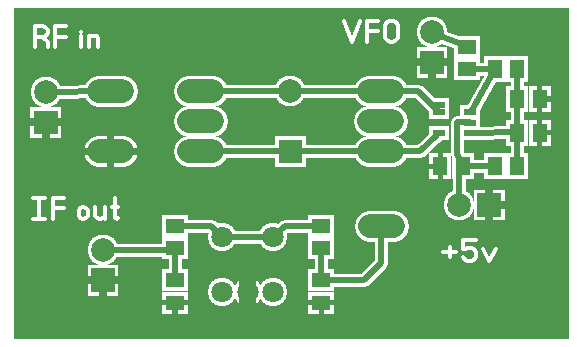
<source format=gbr>
%FSLAX34Y34*%
%MOMM*%
%LNCOPPER_TOP*%
G71*
G01*
%ADD10C, 2.600*%
%ADD11C, 2.600*%
%ADD12C, 0.318*%
%ADD13C, 2.600*%
%ADD14C, 1.100*%
%ADD15R, 1.700X1.200*%
%ADD16R, 2.200X1.900*%
%ADD17R, 1.900X2.200*%
%ADD18C, 2.400*%
%ADD19C, 0.667*%
%ADD20C, 0.600*%
%ADD21C, 0.433*%
%ADD22C, 1.488*%
%ADD23C, 2.000*%
%ADD24C, 2.000*%
%ADD25C, 2.000*%
%ADD26C, 0.500*%
%ADD27R, 1.100X0.600*%
%ADD28R, 1.600X1.300*%
%ADD29R, 1.300X1.600*%
%ADD30C, 1.800*%
%LPD*%
G36*
X0Y0D02*
X470000Y0D01*
X470000Y-280000D01*
X0Y-280000D01*
X0Y0D01*
G37*
%LPC*%
G54D10*
X71756Y-70644D02*
X91756Y-70644D01*
G54D10*
X147956Y-70644D02*
X167956Y-70644D01*
G54D10*
X71756Y-121444D02*
X91756Y-121444D01*
G54D10*
X147956Y-121444D02*
X167956Y-121444D01*
G54D10*
X147956Y-96044D02*
X167956Y-96044D01*
G36*
X13988Y-83838D02*
X39988Y-83838D01*
X39988Y-109838D01*
X13988Y-109838D01*
X13988Y-83838D01*
G37*
X26988Y-71438D02*
G54D11*
D03*
G54D12*
X23590Y-24449D02*
X27590Y-26671D01*
X28923Y-28893D01*
X28923Y-33338D01*
G54D12*
X18256Y-33338D02*
X18256Y-15560D01*
X24923Y-15560D01*
X27590Y-16671D01*
X28923Y-18893D01*
X28923Y-21115D01*
X27590Y-23338D01*
X24923Y-24449D01*
X18256Y-24449D01*
G54D12*
X35145Y-33338D02*
X35145Y-15560D01*
X44479Y-15560D01*
G54D12*
X35145Y-24449D02*
X44479Y-24449D01*
G54D12*
X57189Y-33338D02*
X57189Y-23338D01*
G54D12*
X57189Y-20004D02*
X57189Y-20004D01*
G54D12*
X63411Y-33338D02*
X63411Y-23338D01*
G54D12*
X63411Y-25560D02*
X64745Y-24004D01*
X67411Y-23338D01*
X70078Y-24004D01*
X71411Y-25560D01*
X71411Y-33338D01*
X234156Y-70644D02*
G54D13*
D03*
G54D10*
X300356Y-70644D02*
X320356Y-70644D01*
G36*
X221156Y-108444D02*
X247156Y-108444D01*
X247156Y-134444D01*
X221156Y-134444D01*
X221156Y-108444D01*
G37*
G54D10*
X300356Y-121444D02*
X320356Y-121444D01*
G54D10*
X300356Y-96044D02*
X320356Y-96044D01*
G54D14*
X26988Y-71438D02*
X81756Y-70644D01*
G54D14*
X157956Y-70644D02*
X310356Y-70644D01*
G54D14*
X157956Y-121444D02*
X310356Y-121444D01*
X359569Y-88106D02*
G54D15*
D03*
X386569Y-88106D02*
G54D15*
D03*
X359568Y-97106D02*
G54D15*
D03*
X386569Y-97106D02*
G54D15*
D03*
X359569Y-106106D02*
G54D15*
D03*
X386569Y-106106D02*
G54D15*
D03*
X359569Y-82153D02*
G54D15*
D03*
G54D14*
X310356Y-70644D02*
X342106Y-70644D01*
X359569Y-88106D01*
G54D14*
X310356Y-121444D02*
X343694Y-121444D01*
X357981Y-107156D01*
X383381Y-51594D02*
G54D16*
D03*
X383381Y-32594D02*
G54D16*
D03*
X445294Y-105569D02*
G54D17*
D03*
X426294Y-105569D02*
G54D17*
D03*
X407194Y-51594D02*
G54D17*
D03*
X426194Y-51594D02*
G54D17*
D03*
X407194Y-134144D02*
G54D17*
D03*
X426194Y-134144D02*
G54D17*
D03*
G54D14*
X407194Y-51594D02*
X388143Y-86519D01*
X445294Y-76994D02*
G54D17*
D03*
X426294Y-76994D02*
G54D17*
D03*
G54D14*
X426244Y-51594D02*
X426294Y-105568D01*
X361156Y-134144D02*
G54D17*
D03*
X380156Y-134144D02*
G54D17*
D03*
G54D14*
X426244Y-134144D02*
X426319Y-105543D01*
G54D14*
X386556Y-105569D02*
X426194Y-105340D01*
G54D14*
X380206Y-134144D02*
X407194Y-134144D01*
G36*
X341012Y-33038D02*
X367012Y-33038D01*
X367012Y-59038D01*
X341012Y-59038D01*
X341012Y-33038D01*
G37*
X354012Y-20638D02*
G54D11*
D03*
G54D14*
X383381Y-32544D02*
X353948Y-20948D01*
G36*
X389431Y-179688D02*
X389431Y-153688D01*
X415431Y-153688D01*
X415431Y-179688D01*
X389431Y-179688D01*
G37*
X377031Y-166688D02*
G54D11*
D03*
G54D14*
X386556Y-96838D02*
X375434Y-96838D01*
X375444Y-123825D01*
X380182Y-134169D01*
G54D14*
X383381Y-51594D02*
X407194Y-51594D01*
X407220Y-51619D01*
G54D14*
X377031Y-166688D02*
X376786Y-137739D01*
X379960Y-134564D01*
G54D10*
X301150Y-184944D02*
X321150Y-184944D01*
X176082Y-193785D02*
G54D18*
D03*
X197907Y-240609D02*
G54D18*
D03*
X176082Y-240610D02*
G54D18*
D03*
X219732Y-240610D02*
G54D18*
D03*
X219732Y-193785D02*
G54D18*
D03*
X136401Y-203329D02*
G54D16*
D03*
X136401Y-184329D02*
G54D16*
D03*
X136401Y-249366D02*
G54D16*
D03*
X136401Y-230367D02*
G54D16*
D03*
X260226Y-203329D02*
G54D16*
D03*
X260226Y-184329D02*
G54D16*
D03*
X260226Y-249366D02*
G54D16*
D03*
X260226Y-230367D02*
G54D16*
D03*
G54D14*
X260226Y-203329D02*
X260226Y-230367D01*
X296683Y-230367D01*
X311150Y-215900D01*
X311150Y-184944D01*
G54D12*
X279400Y-10797D02*
X286067Y-28575D01*
X292733Y-10797D01*
G54D12*
X298955Y-28575D02*
X298955Y-10797D01*
X308288Y-10797D01*
G54D12*
X298955Y-19686D02*
X308288Y-19686D01*
G54D12*
X325177Y-14131D02*
X325177Y-25242D01*
X323843Y-27464D01*
X321177Y-28575D01*
X318510Y-28575D01*
X315843Y-27464D01*
X314510Y-25242D01*
X314510Y-14131D01*
X315843Y-11908D01*
X318510Y-10797D01*
X321177Y-10797D01*
X323843Y-11908D01*
X325177Y-14131D01*
G54D12*
X363538Y-206535D02*
X374204Y-206535D01*
G54D12*
X368871Y-202090D02*
X368871Y-210979D01*
G54D12*
X391093Y-196535D02*
X380426Y-196535D01*
X380426Y-204312D01*
X381760Y-204312D01*
X384426Y-203201D01*
X387093Y-203201D01*
X389760Y-204312D01*
X391093Y-206535D01*
X391093Y-210979D01*
X389760Y-213201D01*
X387093Y-214312D01*
X384426Y-214312D01*
X381760Y-213201D01*
X380426Y-210979D01*
G54D12*
X397316Y-204312D02*
X402649Y-214312D01*
X407982Y-204312D01*
G36*
X62547Y-217492D02*
X88547Y-217492D01*
X88547Y-243492D01*
X62547Y-243492D01*
X62547Y-217492D01*
G37*
X75547Y-205092D02*
G54D11*
D03*
G54D12*
X15847Y-178532D02*
X26514Y-178532D01*
G54D12*
X21181Y-178532D02*
X21181Y-160754D01*
G54D12*
X15847Y-160754D02*
X26514Y-160754D01*
G54D12*
X32736Y-178532D02*
X32736Y-160754D01*
X42070Y-160754D01*
G54D12*
X32736Y-169643D02*
X42070Y-169643D01*
G54D12*
X62780Y-175865D02*
X62780Y-171421D01*
X61447Y-169198D01*
X58780Y-168532D01*
X56114Y-169198D01*
X54780Y-171421D01*
X54780Y-175865D01*
X56114Y-178087D01*
X58780Y-178532D01*
X61447Y-178087D01*
X62780Y-175865D01*
G54D12*
X77002Y-168532D02*
X77002Y-178532D01*
G54D12*
X77002Y-176310D02*
X75669Y-178087D01*
X73002Y-178532D01*
X70336Y-178087D01*
X69002Y-176310D01*
X69002Y-168532D01*
G54D12*
X85891Y-160754D02*
X85891Y-177421D01*
X87224Y-178532D01*
X88558Y-178087D01*
G54D12*
X83224Y-168532D02*
X88558Y-168532D01*
G54D14*
X75547Y-205092D02*
X134638Y-205092D01*
X136401Y-203329D01*
X136401Y-230367D01*
G54D14*
X136401Y-184329D02*
X166627Y-184329D01*
X176082Y-193785D01*
X219732Y-193785D01*
G54D14*
X260226Y-184329D02*
X229188Y-184329D01*
X219732Y-193785D01*
%LPD*%
G54D19*
G36*
X78423Y-121444D02*
X78423Y-107944D01*
X85090Y-107944D01*
X85090Y-121444D01*
X78423Y-121444D01*
G37*
G36*
X81756Y-118110D02*
X105256Y-118110D01*
X105256Y-124777D01*
X81756Y-124777D01*
X81756Y-118110D01*
G37*
G36*
X85090Y-121444D02*
X85090Y-134944D01*
X78423Y-134944D01*
X78423Y-121444D01*
X85090Y-121444D01*
G37*
G36*
X81756Y-124777D02*
X58256Y-124777D01*
X58256Y-118110D01*
X81756Y-118110D01*
X81756Y-124777D01*
G37*
G54D19*
G36*
X26988Y-93504D02*
X40488Y-93504D01*
X40488Y-100171D01*
X26988Y-100171D01*
X26988Y-93504D01*
G37*
G36*
X30321Y-96838D02*
X30321Y-110338D01*
X23654Y-110338D01*
X23654Y-96838D01*
X30321Y-96838D01*
G37*
G36*
X26988Y-100171D02*
X13488Y-100171D01*
X13488Y-93504D01*
X26988Y-93504D01*
X26988Y-100171D01*
G37*
G54D20*
G36*
X359568Y-94106D02*
X368568Y-94106D01*
X368568Y-100106D01*
X359568Y-100106D01*
X359568Y-94106D01*
G37*
G36*
X359568Y-100106D02*
X350568Y-100106D01*
X350568Y-94106D01*
X359568Y-94106D01*
X359568Y-100106D01*
G37*
G54D21*
G36*
X447460Y-105569D02*
X447460Y-117069D01*
X443127Y-117069D01*
X443127Y-105569D01*
X447460Y-105569D01*
G37*
G36*
X443127Y-105569D02*
X443127Y-94069D01*
X447460Y-94069D01*
X447460Y-105569D01*
X443127Y-105569D01*
G37*
G36*
X445294Y-103402D02*
X455294Y-103402D01*
X455294Y-107735D01*
X445294Y-107735D01*
X445294Y-103402D01*
G37*
G54D21*
G36*
X447460Y-76994D02*
X447460Y-88494D01*
X443127Y-88494D01*
X443127Y-76994D01*
X447460Y-76994D01*
G37*
G36*
X443127Y-76994D02*
X443127Y-65494D01*
X447460Y-65494D01*
X447460Y-76994D01*
X443127Y-76994D01*
G37*
G36*
X445294Y-74827D02*
X455294Y-74827D01*
X455294Y-79160D01*
X445294Y-79160D01*
X445294Y-74827D01*
G37*
G54D21*
G36*
X358990Y-134144D02*
X358990Y-122644D01*
X363323Y-122644D01*
X363323Y-134144D01*
X358990Y-134144D01*
G37*
G36*
X363323Y-134144D02*
X363323Y-145644D01*
X358990Y-145644D01*
X358990Y-134144D01*
X363323Y-134144D01*
G37*
G36*
X361156Y-136310D02*
X351156Y-136310D01*
X351156Y-131977D01*
X361156Y-131977D01*
X361156Y-136310D01*
G37*
G54D19*
G36*
X354012Y-42704D02*
X367512Y-42704D01*
X367512Y-49371D01*
X354012Y-49371D01*
X354012Y-42704D01*
G37*
G36*
X357346Y-46038D02*
X357346Y-59538D01*
X350679Y-59538D01*
X350679Y-46038D01*
X357346Y-46038D01*
G37*
G36*
X354012Y-49371D02*
X340512Y-49371D01*
X340512Y-42704D01*
X354012Y-42704D01*
X354012Y-49371D01*
G37*
G54D19*
G36*
X399098Y-166688D02*
X399098Y-153188D01*
X405765Y-153188D01*
X405765Y-166688D01*
X399098Y-166688D01*
G37*
G36*
X402431Y-163354D02*
X415931Y-163354D01*
X415931Y-170021D01*
X402431Y-170021D01*
X402431Y-163354D01*
G37*
G36*
X405765Y-166688D02*
X405765Y-180188D01*
X399098Y-180188D01*
X399098Y-166688D01*
X405765Y-166688D01*
G37*
G54D22*
G36*
X190467Y-240609D02*
X190467Y-228109D01*
X205347Y-228109D01*
X205347Y-240609D01*
X190467Y-240609D01*
G37*
G36*
X205347Y-240609D02*
X205347Y-253110D01*
X190467Y-253110D01*
X190467Y-240609D01*
X205347Y-240609D01*
G37*
G54D21*
G36*
X136401Y-251533D02*
X124901Y-251533D01*
X124901Y-247200D01*
X136401Y-247200D01*
X136401Y-251533D01*
G37*
G36*
X136401Y-247200D02*
X147901Y-247200D01*
X147901Y-251533D01*
X136401Y-251533D01*
X136401Y-247200D01*
G37*
G36*
X138568Y-249366D02*
X138568Y-259366D01*
X134235Y-259366D01*
X134235Y-249366D01*
X138568Y-249366D01*
G37*
G54D21*
G36*
X260226Y-251533D02*
X248726Y-251533D01*
X248726Y-247200D01*
X260226Y-247200D01*
X260226Y-251533D01*
G37*
G36*
X260226Y-247200D02*
X271726Y-247200D01*
X271726Y-251533D01*
X260226Y-251533D01*
X260226Y-247200D01*
G37*
G36*
X262393Y-249366D02*
X262393Y-259366D01*
X258060Y-259366D01*
X258060Y-249366D01*
X262393Y-249366D01*
G37*
G54D19*
G36*
X75547Y-227158D02*
X89047Y-227158D01*
X89047Y-233825D01*
X75547Y-233825D01*
X75547Y-227158D01*
G37*
G36*
X78880Y-230492D02*
X78880Y-243992D01*
X72214Y-243992D01*
X72214Y-230492D01*
X78880Y-230492D01*
G37*
G36*
X75547Y-233825D02*
X62047Y-233825D01*
X62047Y-227158D01*
X75547Y-227158D01*
X75547Y-233825D01*
G37*
G54D23*
X71756Y-70644D02*
X91756Y-70644D01*
G54D23*
X147956Y-70644D02*
X167956Y-70644D01*
G54D23*
X71756Y-121444D02*
X91756Y-121444D01*
G54D23*
X147956Y-121444D02*
X167956Y-121444D01*
G54D23*
X147956Y-96044D02*
X167956Y-96044D01*
G36*
X16988Y-86838D02*
X36988Y-86838D01*
X36988Y-106838D01*
X16988Y-106838D01*
X16988Y-86838D01*
G37*
X26988Y-71438D02*
G54D24*
D03*
X234156Y-70644D02*
G54D25*
D03*
G54D23*
X300356Y-70644D02*
X320356Y-70644D01*
G36*
X224156Y-111444D02*
X244156Y-111444D01*
X244156Y-131444D01*
X224156Y-131444D01*
X224156Y-111444D01*
G37*
G54D23*
X300356Y-121444D02*
X320356Y-121444D01*
G54D23*
X300356Y-96044D02*
X320356Y-96044D01*
G54D26*
X26988Y-71438D02*
X81756Y-70644D01*
G54D26*
X157956Y-70644D02*
X310356Y-70644D01*
G54D26*
X157956Y-121444D02*
X310356Y-121444D01*
X359569Y-88106D02*
G54D27*
D03*
X386569Y-88106D02*
G54D27*
D03*
X359568Y-97106D02*
G54D27*
D03*
X386569Y-97106D02*
G54D27*
D03*
X359569Y-106106D02*
G54D27*
D03*
X386569Y-106106D02*
G54D27*
D03*
X359569Y-82153D02*
G54D27*
D03*
G54D26*
X310356Y-70644D02*
X342106Y-70644D01*
X359569Y-88106D01*
G54D26*
X310356Y-121444D02*
X343694Y-121444D01*
X357981Y-107156D01*
X383381Y-51594D02*
G54D28*
D03*
X383381Y-32594D02*
G54D28*
D03*
X445294Y-105569D02*
G54D29*
D03*
X426294Y-105569D02*
G54D29*
D03*
X407194Y-51594D02*
G54D29*
D03*
X426194Y-51594D02*
G54D29*
D03*
X407194Y-134144D02*
G54D29*
D03*
X426194Y-134144D02*
G54D29*
D03*
G54D26*
X407194Y-51594D02*
X388143Y-86519D01*
X445294Y-76994D02*
G54D29*
D03*
X426294Y-76994D02*
G54D29*
D03*
G54D26*
X426244Y-51594D02*
X426294Y-105568D01*
X361156Y-134144D02*
G54D29*
D03*
X380156Y-134144D02*
G54D29*
D03*
G54D26*
X426244Y-134144D02*
X426319Y-105543D01*
G54D26*
X386556Y-105569D02*
X426194Y-105340D01*
G54D26*
X380206Y-134144D02*
X407194Y-134144D01*
G36*
X344012Y-36038D02*
X364012Y-36038D01*
X364012Y-56038D01*
X344012Y-56038D01*
X344012Y-36038D01*
G37*
X354012Y-20638D02*
G54D24*
D03*
G54D26*
X383381Y-32544D02*
X353948Y-20948D01*
G36*
X392431Y-176688D02*
X392431Y-156688D01*
X412431Y-156688D01*
X412431Y-176688D01*
X392431Y-176688D01*
G37*
X377031Y-166688D02*
G54D24*
D03*
G54D26*
X386556Y-96838D02*
X375434Y-96838D01*
X375444Y-123825D01*
X380182Y-134169D01*
G54D26*
X383381Y-51594D02*
X407194Y-51594D01*
X407220Y-51619D01*
G54D26*
X377031Y-166688D02*
X376786Y-137739D01*
X379960Y-134564D01*
G54D23*
X301150Y-184944D02*
X321150Y-184944D01*
X176082Y-193785D02*
G54D30*
D03*
X197907Y-240609D02*
G54D30*
D03*
X176082Y-240610D02*
G54D30*
D03*
X219732Y-240610D02*
G54D30*
D03*
X219732Y-193785D02*
G54D30*
D03*
X136401Y-203329D02*
G54D28*
D03*
X136401Y-184329D02*
G54D28*
D03*
X136401Y-249366D02*
G54D28*
D03*
X136401Y-230367D02*
G54D28*
D03*
X260226Y-203329D02*
G54D28*
D03*
X260226Y-184329D02*
G54D28*
D03*
X260226Y-249366D02*
G54D28*
D03*
X260226Y-230367D02*
G54D28*
D03*
G54D26*
X260226Y-203329D02*
X260226Y-230367D01*
X296683Y-230367D01*
X311150Y-215900D01*
X311150Y-184944D01*
G36*
X65547Y-220492D02*
X85547Y-220492D01*
X85547Y-240492D01*
X65547Y-240492D01*
X65547Y-220492D01*
G37*
X75547Y-205092D02*
G54D24*
D03*
G54D26*
X75547Y-205092D02*
X134638Y-205092D01*
X136401Y-203329D01*
X136401Y-230367D01*
G54D26*
X136401Y-184329D02*
X166627Y-184329D01*
X176082Y-193785D01*
X219732Y-193785D01*
G54D26*
X260226Y-184329D02*
X229188Y-184329D01*
X219732Y-193785D01*
M02*

</source>
